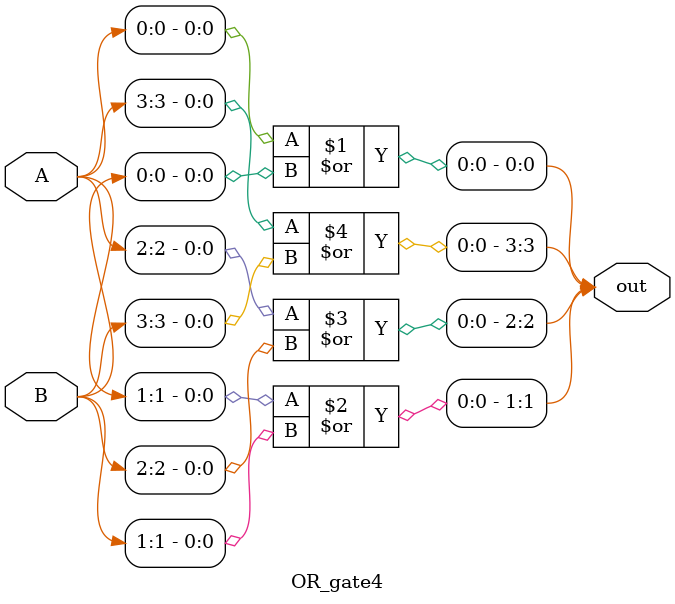
<source format=v>
`timescale 1ns / 1ps

module OR_gate4(
input [3:0]A,
input [3:0]B,
output [3:0]out
    );
    
    or O1(out[0],A[0],B[0]);
    or O2(out[1],A[1],B[1]);
    or O3(out[2],A[2],B[2]);
    or O4(out[3],A[3],B[3]);
    
endmodule

</source>
